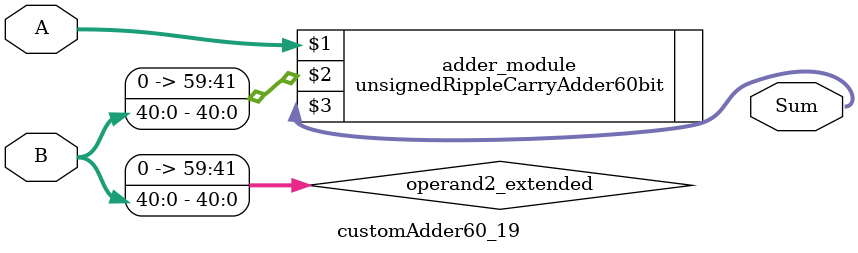
<source format=v>
module customAdder60_19(
                        input [59 : 0] A,
                        input [40 : 0] B,
                        
                        output [60 : 0] Sum
                );

        wire [59 : 0] operand2_extended;
        
        assign operand2_extended =  {19'b0, B};
        
        unsignedRippleCarryAdder60bit adder_module(
            A,
            operand2_extended,
            Sum
        );
        
        endmodule
        
</source>
